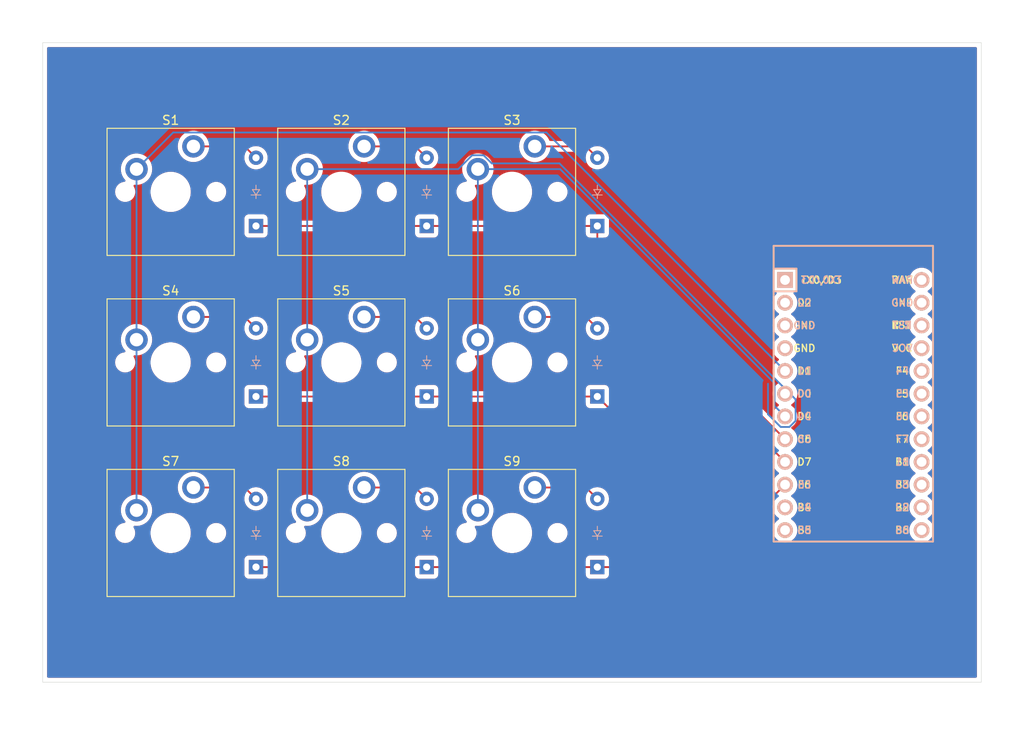
<source format=kicad_pcb>
(kicad_pcb (version 20240108) (generator "pcbnew") (generator_version "8.0")
  (layers (0 "F.Cu" signal) (31 "B.Cu" signal) (34 "B.Paste" user) (35 "F.Paste" user) (36 "B.SilkS" user "B.Silkscreen") (37 "F.SilkS" user "F.Silkscreen") (38 "B.Mask" user) (39 "F.Mask" user) (44 "Edge.Cuts" user))
  (net 0 "")
  (net 1 "Row 0")
  (net 2 "Row 1")
  (net 3 "Row 2")
  (net 4 "Column 1")
  (net 5 "Column 2")
  (net 6 "Column 0")
  (net 25 "Net-(D1-A)")
  (net 26 "Net-(D2-A)")
  (net 27 "Net-(D3-A)")
  (net 28 "Net-(D4-A)")
  (net 29 "Net-(D5-A)")
  (net 30 "Net-(D6-A)")
  (net 31 "Net-(D7-A)")
  (net 32 "Net-(D8-A)")
  (net 33 "Net-(D9-A)")
  (footprint "ScottoKeebs_MX:MX_PCB_1.00u" (layer "F.Cu") (at 118.6875 87.1375)
    (property "Reference" "S9" (at 0 -8 0) (layer "F.SilkS"))
    (property "Value" "Keyswitch")
    (fp_line (start -7.1 -7.1) (end -7.1 7.1) (stroke (width 0.12)) (layer "F.SilkS"))
    (fp_line (start -7.1 7.1) (end 7.1 7.1) (stroke (width 0.12)) (layer "F.SilkS"))
    (fp_line (start 7.1 -7.1) (end -7.1 -7.1) (stroke (width 0.12)) (layer "F.SilkS"))
    (fp_line (start 7.1 7.1) (end 7.1 -7.1) (stroke (width 0.12)) (layer "F.SilkS"))
    (pad "" np_thru_hole circle (at -5.08 0) (size 1.75 1.75) (drill 1.75) (layers "*.Cu" "*.Mask"))
    (pad "" np_thru_hole circle (at 0 0) (size 4 4) (drill 4) (layers "*.Cu" "*.Mask"))
    (pad "" np_thru_hole circle (at 5.08 0) (size 1.75 1.75) (drill 1.75) (layers "*.Cu" "*.Mask"))
    (pad "1" thru_hole circle (at -3.81 -2.54) (size 2.5 2.5) (drill 1.5) (layers "*.Cu" "*.Mask") (net 5 "Column 2"))
    (pad "2" thru_hole circle (at 2.54 -5.08) (size 2.5 2.5) (drill 1.5) (layers "*.Cu" "*.Mask") (net 33 "Net-(D9-A)"))
  )
  (footprint "ScottoKeebs_MX:MX_PCB_1.00u" (layer "F.Cu") (at 80.5875 68.0875)
    (property "Reference" "S4" (at 0 -8 0) (layer "F.SilkS"))
    (property "Value" "Keyswitch")
    (fp_line (start -7.1 -7.1) (end -7.1 7.1) (stroke (width 0.12)) (layer "F.SilkS"))
    (fp_line (start -7.1 7.1) (end 7.1 7.1) (stroke (width 0.12)) (layer "F.SilkS"))
    (fp_line (start 7.1 -7.1) (end -7.1 -7.1) (stroke (width 0.12)) (layer "F.SilkS"))
    (fp_line (start 7.1 7.1) (end 7.1 -7.1) (stroke (width 0.12)) (layer "F.SilkS"))
    (pad "" np_thru_hole circle (at -5.08 0) (size 1.75 1.75) (drill 1.75) (layers "*.Cu" "*.Mask"))
    (pad "" np_thru_hole circle (at 0 0) (size 4 4) (drill 4) (layers "*.Cu" "*.Mask"))
    (pad "" np_thru_hole circle (at 5.08 0) (size 1.75 1.75) (drill 1.75) (layers "*.Cu" "*.Mask"))
    (pad "1" thru_hole circle (at -3.81 -2.54) (size 2.5 2.5) (drill 1.5) (layers "*.Cu" "*.Mask") (net 6 "Column 0"))
    (pad "2" thru_hole circle (at 2.54 -5.08) (size 2.5 2.5) (drill 1.5) (layers "*.Cu" "*.Mask") (net 28 "Net-(D4-A)"))
  )
  (footprint "ScottoKeebs_MX:MX_PCB_1.00u" (layer "F.Cu") (at 118.6875 49.0375)
    (property "Reference" "S3" (at 0 -8 0) (layer "F.SilkS"))
    (property "Value" "Keyswitch")
    (fp_line (start -7.1 -7.1) (end -7.1 7.1) (stroke (width 0.12)) (layer "F.SilkS"))
    (fp_line (start -7.1 7.1) (end 7.1 7.1) (stroke (width 0.12)) (layer "F.SilkS"))
    (fp_line (start 7.1 -7.1) (end -7.1 -7.1) (stroke (width 0.12)) (layer "F.SilkS"))
    (fp_line (start 7.1 7.1) (end 7.1 -7.1) (stroke (width 0.12)) (layer "F.SilkS"))
    (pad "" np_thru_hole circle (at -5.08 0) (size 1.75 1.75) (drill 1.75) (layers "*.Cu" "*.Mask"))
    (pad "" np_thru_hole circle (at 0 0) (size 4 4) (drill 4) (layers "*.Cu" "*.Mask"))
    (pad "" np_thru_hole circle (at 5.08 0) (size 1.75 1.75) (drill 1.75) (layers "*.Cu" "*.Mask"))
    (pad "1" thru_hole circle (at -3.81 -2.54) (size 2.5 2.5) (drill 1.5) (layers "*.Cu" "*.Mask") (net 5 "Column 2"))
    (pad "2" thru_hole circle (at 2.54 -5.08) (size 2.5 2.5) (drill 1.5) (layers "*.Cu" "*.Mask") (net 27 "Net-(D3-A)"))
  )
  (footprint "ScottoKeebs_MX:MX_PCB_1.00u" (layer "F.Cu") (at 99.6375 68.0875)
    (property "Reference" "S5" (at 0 -8 0) (layer "F.SilkS"))
    (property "Value" "Keyswitch")
    (fp_line (start -7.1 -7.1) (end -7.1 7.1) (stroke (width 0.12)) (layer "F.SilkS"))
    (fp_line (start -7.1 7.1) (end 7.1 7.1) (stroke (width 0.12)) (layer "F.SilkS"))
    (fp_line (start 7.1 -7.1) (end -7.1 -7.1) (stroke (width 0.12)) (layer "F.SilkS"))
    (fp_line (start 7.1 7.1) (end 7.1 -7.1) (stroke (width 0.12)) (layer "F.SilkS"))
    (pad "" np_thru_hole circle (at -5.08 0) (size 1.75 1.75) (drill 1.75) (layers "*.Cu" "*.Mask"))
    (pad "" np_thru_hole circle (at 0 0) (size 4 4) (drill 4) (layers "*.Cu" "*.Mask"))
    (pad "" np_thru_hole circle (at 5.08 0) (size 1.75 1.75) (drill 1.75) (layers "*.Cu" "*.Mask"))
    (pad "1" thru_hole circle (at -3.81 -2.54) (size 2.5 2.5) (drill 1.5) (layers "*.Cu" "*.Mask") (net 4 "Column 1"))
    (pad "2" thru_hole circle (at 2.54 -5.08) (size 2.5 2.5) (drill 1.5) (layers "*.Cu" "*.Mask") (net 29 "Net-(D5-A)"))
  )
  (footprint "ScottoKeebs_MX:MX_PCB_1.00u" (layer "F.Cu") (at 80.5875 49.0375)
    (property "Reference" "S1" (at 0 -8 0) (layer "F.SilkS"))
    (property "Value" "Keyswitch")
    (fp_line (start -7.1 -7.1) (end -7.1 7.1) (stroke (width 0.12)) (layer "F.SilkS"))
    (fp_line (start -7.1 7.1) (end 7.1 7.1) (stroke (width 0.12)) (layer "F.SilkS"))
    (fp_line (start 7.1 -7.1) (end -7.1 -7.1) (stroke (width 0.12)) (layer "F.SilkS"))
    (fp_line (start 7.1 7.1) (end 7.1 -7.1) (stroke (width 0.12)) (layer "F.SilkS"))
    (pad "" np_thru_hole circle (at -5.08 0) (size 1.75 1.75) (drill 1.75) (layers "*.Cu" "*.Mask"))
    (pad "" np_thru_hole circle (at 0 0) (size 4 4) (drill 4) (layers "*.Cu" "*.Mask"))
    (pad "" np_thru_hole circle (at 5.08 0) (size 1.75 1.75) (drill 1.75) (layers "*.Cu" "*.Mask"))
    (pad "1" thru_hole circle (at -3.81 -2.54) (size 2.5 2.5) (drill 1.5) (layers "*.Cu" "*.Mask") (net 6 "Column 0"))
    (pad "2" thru_hole circle (at 2.54 -5.08) (size 2.5 2.5) (drill 1.5) (layers "*.Cu" "*.Mask") (net 25 "Net-(D1-A)"))
  )
  (footprint "ScottoKeebs_MX:MX_PCB_1.00u" (layer "F.Cu") (at 80.5875 87.1375)
    (property "Reference" "S7" (at 0 -8 0) (layer "F.SilkS"))
    (property "Value" "Keyswitch")
    (fp_line (start -7.1 -7.1) (end -7.1 7.1) (stroke (width 0.12)) (layer "F.SilkS"))
    (fp_line (start -7.1 7.1) (end 7.1 7.1) (stroke (width 0.12)) (layer "F.SilkS"))
    (fp_line (start 7.1 -7.1) (end -7.1 -7.1) (stroke (width 0.12)) (layer "F.SilkS"))
    (fp_line (start 7.1 7.1) (end 7.1 -7.1) (stroke (width 0.12)) (layer "F.SilkS"))
    (pad "" np_thru_hole circle (at -5.08 0) (size 1.75 1.75) (drill 1.75) (layers "*.Cu" "*.Mask"))
    (pad "" np_thru_hole circle (at 0 0) (size 4 4) (drill 4) (layers "*.Cu" "*.Mask"))
    (pad "" np_thru_hole circle (at 5.08 0) (size 1.75 1.75) (drill 1.75) (layers "*.Cu" "*.Mask"))
    (pad "1" thru_hole circle (at -3.81 -2.54) (size 2.5 2.5) (drill 1.5) (layers "*.Cu" "*.Mask") (net 6 "Column 0"))
    (pad "2" thru_hole circle (at 2.54 -5.08) (size 2.5 2.5) (drill 1.5) (layers "*.Cu" "*.Mask") (net 31 "Net-(D7-A)"))
  )
  (footprint "ScottoKeebs_MX:MX_PCB_1.00u" (layer "F.Cu") (at 118.6875 68.0875)
    (property "Reference" "S6" (at 0 -8 0) (layer "F.SilkS"))
    (property "Value" "Keyswitch")
    (fp_line (start -7.1 -7.1) (end -7.1 7.1) (stroke (width 0.12)) (layer "F.SilkS"))
    (fp_line (start -7.1 7.1) (end 7.1 7.1) (stroke (width 0.12)) (layer "F.SilkS"))
    (fp_line (start 7.1 -7.1) (end -7.1 -7.1) (stroke (width 0.12)) (layer "F.SilkS"))
    (fp_line (start 7.1 7.1) (end 7.1 -7.1) (stroke (width 0.12)) (layer "F.SilkS"))
    (pad "" np_thru_hole circle (at -5.08 0) (size 1.75 1.75) (drill 1.75) (layers "*.Cu" "*.Mask"))
    (pad "" np_thru_hole circle (at 0 0) (size 4 4) (drill 4) (layers "*.Cu" "*.Mask"))
    (pad "" np_thru_hole circle (at 5.08 0) (size 1.75 1.75) (drill 1.75) (layers "*.Cu" "*.Mask"))
    (pad "1" thru_hole circle (at -3.81 -2.54) (size 2.5 2.5) (drill 1.5) (layers "*.Cu" "*.Mask") (net 5 "Column 2"))
    (pad "2" thru_hole circle (at 2.54 -5.08) (size 2.5 2.5) (drill 1.5) (layers "*.Cu" "*.Mask") (net 30 "Net-(D6-A)"))
  )
  (footprint "ScottoKeebs_MX:MX_PCB_1.00u" (layer "F.Cu") (at 99.6375 87.1375)
    (property "Reference" "S8" (at 0 -8 0) (layer "F.SilkS"))
    (property "Value" "Keyswitch")
    (fp_line (start -7.1 -7.1) (end -7.1 7.1) (stroke (width 0.12)) (layer "F.SilkS"))
    (fp_line (start -7.1 7.1) (end 7.1 7.1) (stroke (width 0.12)) (layer "F.SilkS"))
    (fp_line (start 7.1 -7.1) (end -7.1 -7.1) (stroke (width 0.12)) (layer "F.SilkS"))
    (fp_line (start 7.1 7.1) (end 7.1 -7.1) (stroke (width 0.12)) (layer "F.SilkS"))
    (pad "" np_thru_hole circle (at -5.08 0) (size 1.75 1.75) (drill 1.75) (layers "*.Cu" "*.Mask"))
    (pad "" np_thru_hole circle (at 0 0) (size 4 4) (drill 4) (layers "*.Cu" "*.Mask"))
    (pad "" np_thru_hole circle (at 5.08 0) (size 1.75 1.75) (drill 1.75) (layers "*.Cu" "*.Mask"))
    (pad "1" thru_hole circle (at -3.81 -2.54) (size 2.5 2.5) (drill 1.5) (layers "*.Cu" "*.Mask") (net 4 "Column 1"))
    (pad "2" thru_hole circle (at 2.54 -5.08) (size 2.5 2.5) (drill 1.5) (layers "*.Cu" "*.Mask") (net 32 "Net-(D8-A)"))
  )
  (footprint "ScottoKeebs_MCU:Arduino_Pro_Micro" (layer "F.Cu") (at 156.7875 72.85)
    (property "Reference" "U1" (hide yes))
    (property "Value" "Arduino_Pro_Micro" (hide yes))
    (fp_line (start -8.89 -17.78) (end -8.89 15.24) (stroke (width 0.2)) (layer "B.SilkS"))
    (fp_line (start -8.89 15.24) (end 8.89 15.24) (stroke (width 0.2)) (layer "B.SilkS"))
    (fp_line (start -6.35 -15.24) (end -8.89 -15.24) (stroke (width 0.2)) (layer "B.SilkS"))
    (fp_line (start -6.35 -15.24) (end -6.35 -12.7) (stroke (width 0.2)) (layer "B.SilkS"))
    (fp_line (start -6.35 -12.7) (end -8.89 -12.7) (stroke (width 0.2)) (layer "B.SilkS"))
    (fp_line (start 8.89 -17.78) (end -8.89 -17.78) (stroke (width 0.2)) (layer "B.SilkS"))
    (fp_line (start 8.89 15.24) (end 8.89 -17.78) (stroke (width 0.2)) (layer "B.SilkS"))
    (fp_poly (pts (xy 5.844635 -9.35097) (xy 5.844635 -9.25097) (xy 6.344635 -9.25097) (xy 6.344635 -9.35097)) (stroke (width 0.15)) (fill solid) (layer "B.SilkS"))
    (fp_poly (pts (xy 5.844635 -9.35097) (xy 5.844635 -9.05097) (xy 5.944635 -9.05097) (xy 5.944635 -9.35097)) (stroke (width 0.15)) (fill solid) (layer "B.SilkS"))
    (fp_poly (pts (xy 5.844635 -8.75097) (xy 5.844635 -8.55097) (xy 5.944635 -8.55097) (xy 5.944635 -8.75097)) (stroke (width 0.15)) (fill solid) (layer "B.SilkS"))
    (fp_poly (pts (xy 6.044635 -8.95097) (xy 6.044635 -8.85097) (xy 6.144635 -8.85097) (xy 6.144635 -8.95097)) (stroke (width 0.15)) (fill solid) (layer "B.SilkS"))
    (fp_poly (pts (xy 6.244635 -9.35097) (xy 6.244635 -8.55097) (xy 6.344635 -8.55097) (xy 6.344635 -9.35097)) (stroke (width 0.15)) (fill solid) (layer "B.SilkS"))
    (fp_line (start -8.89 -17.78) (end -8.89 15.24) (stroke (width 0.2)) (layer "F.SilkS"))
    (fp_line (start -8.89 15.24) (end 8.89 15.24) (stroke (width 0.2)) (layer "F.SilkS"))
    (fp_line (start -6.35 -15.24) (end -8.89 -15.24) (stroke (width 0.2)) (layer "F.SilkS"))
    (fp_line (start -6.35 -15.24) (end -6.35 -12.7) (stroke (width 0.2)) (layer "F.SilkS"))
    (fp_line (start -6.35 -12.7) (end -8.89 -12.7) (stroke (width 0.2)) (layer "F.SilkS"))
    (fp_line (start 8.89 -17.78) (end -8.89 -17.78) (stroke (width 0.2)) (layer "F.SilkS"))
    (fp_line (start 8.89 15.24) (end 8.89 -17.78) (stroke (width 0.2)) (layer "F.SilkS"))
    (fp_poly (pts (xy 4.531568 -9.36064) (xy 4.531568 -8.56064) (xy 4.431568 -8.56064) (xy 4.431568 -9.36064)) (stroke (width 0.15)) (fill solid) (layer "F.SilkS"))
    (fp_poly (pts (xy 4.731568 -8.96064) (xy 4.731568 -8.86064) (xy 4.631568 -8.86064) (xy 4.631568 -8.96064)) (stroke (width 0.15)) (fill solid) (layer "F.SilkS"))
    (fp_poly (pts (xy 4.931568 -9.36064) (xy 4.931568 -9.26064) (xy 4.431568 -9.26064) (xy 4.431568 -9.36064)) (stroke (width 0.15)) (fill solid) (layer "F.SilkS"))
    (fp_poly (pts (xy 4.931568 -9.36064) (xy 4.931568 -9.06064) (xy 4.831568 -9.06064) (xy 4.831568 -9.36064)) (stroke (width 0.15)) (fill solid) (layer "F.SilkS"))
    (fp_poly (pts (xy 4.931568 -8.76064) (xy 4.931568 -8.56064) (xy 4.831568 -8.56064) (xy 4.831568 -8.76064)) (stroke (width 0.15)) (fill solid) (layer "F.SilkS"))
    (fp_text user "B2" (at 5.461 11.43 0) (layer "B.SilkS") (effects (font (size 0.8 0.8)) (justify mirror)))
    (fp_text user "GND" (at -5.461 -8.89 0) (layer "B.SilkS") (effects (font (size 0.8 0.8)) (justify mirror)))
    (fp_text user "C6" (at -5.461 3.81 0) (layer "B.SilkS") (effects (font (size 0.8 0.8)) (justify mirror)))
    (fp_text user "GND" (at 5.461 -11.43 0) (layer "B.SilkS") (effects (font (size 0.8 0.8)) (justify mirror)))
    (fp_text user "D2" (at -5.461 -11.43 0) (layer "B.SilkS") (effects (font (size 0.8 0.8)) (justify mirror)))
    (fp_text user "D0" (at -5.461 -1.27 0) (layer "B.SilkS") (effects (font (size 0.8 0.8)) (justify mirror)))
    (fp_text user "B6" (at 5.461 13.97 0) (layer "B.SilkS") (effects (font (size 0.8 0.8)) (justify mirror)))
    (fp_text user "E6" (at -5.461 8.89 0) (layer "B.SilkS") (effects (font (size 0.8 0.8)) (justify mirror)))
    (fp_text user "ST" (at 5.04 -8.91 0) (layer "B.SilkS") (effects (font (size 0.8 0.8)) (justify mirror)))
    (fp_text user "F5" (at 5.461 -1.27 0) (layer "B.SilkS") (effects (font (size 0.8 0.8)) (justify mirror)))
    (fp_text user "B4" (at -5.461 11.43 0) (layer "B.SilkS") (effects (font (size 0.8 0.8)) (justify mirror)))
    (fp_text user "TX0/D3" (at -3.571872 -13.97 0) (layer "B.SilkS") (effects (font (size 0.8 0.8)) (justify mirror)))
    (fp_text user "VCC" (at 5.461 -6.35 0) (layer "B.SilkS") (effects (font (size 0.8 0.8)) (justify mirror)))
    (fp_text user "F4" (at 5.461 -3.81 0) (layer "B.SilkS") (effects (font (size 0.8 0.8)) (justify mirror)))
    (fp_text user "B3" (at 5.461 8.89 0) (layer "B.SilkS") (effects (font (size 0.8 0.8)) (justify mirror)))
    (fp_text user "RAW" (at 5.461 -13.97 0) (layer "B.SilkS") (effects (font (size 0.8 0.8)) (justify mirror)))
    (fp_text user "F6" (at 5.461 1.27 0) (layer "B.SilkS") (effects (font (size 0.8 0.8)) (justify mirror)))
    (fp_text user "D4" (at -5.461 1.27 0) (layer "B.SilkS") (effects (font (size 0.8 0.8)) (justify mirror)))
    (fp_text user "D1" (at -5.461 -3.81 0) (layer "B.SilkS") (effects (font (size 0.8 0.8)) (justify mirror)))
    (fp_text user "F7" (at 5.461 3.81 0) (layer "B.SilkS") (effects (font (size 0.8 0.8)) (justify mirror)))
    (fp_text user "B1" (at 5.461 6.35 0) (layer "B.SilkS") (effects (font (size 0.8 0.8)) (justify mirror)))
    (fp_text user "B5" (at -5.461 13.97 0) (layer "B.SilkS") (effects (font (size 0.8 0.8)) (justify mirror)))
    (fp_text user "GND" (at -5.461 -6.35 0) (layer "F.SilkS") (effects (font (size 0.8 0.8))))
    (fp_text user "B3" (at 5.461 8.89 0) (layer "F.SilkS") (effects (font (size 0.8 0.8))))
    (fp_text user "D2" (at -5.461 -11.43 0) (layer "F.SilkS") (effects (font (size 0.8 0.8))))
    (fp_text user "B5" (at -5.461 13.97 0) (layer "F.SilkS") (effects (font (size 0.8 0.8))))
    (fp_text user "F5" (at 5.461 -1.27 0) (layer "F.SilkS") (effects (font (size 0.8 0.8))))
    (fp_text user "VCC" (at 5.461 -6.35 0) (layer "F.SilkS") (effects (font (size 0.8 0.8))))
    (fp_text user "D1" (at -5.461 -3.81 0) (layer "F.SilkS") (effects (font (size 0.8 0.8))))
    (fp_text user "B1" (at 5.461 6.35 0) (layer "F.SilkS") (effects (font (size 0.8 0.8))))
    (fp_text user "B4" (at -5.461 11.43 0) (layer "F.SilkS") (effects (font (size 0.8 0.8))))
    (fp_text user "F4" (at 5.461 -3.81 0) (layer "F.SilkS") (effects (font (size 0.8 0.8))))
    (fp_text user "F7" (at 5.461 3.81 0) (layer "F.SilkS") (effects (font (size 0.8 0.8))))
    (fp_text user "B2" (at 5.461 11.43 0) (layer "F.SilkS") (effects (font (size 0.8 0.8))))
    (fp_text user "D0" (at -5.461 -1.27 0) (layer "F.SilkS") (effects (font (size 0.8 0.8))))
    (fp_text user "TX0/D3" (at -3.571872 -13.97 0) (layer "F.SilkS") (effects (font (size 0.8 0.8))))
    (fp_text user "GND" (at 5.461 -11.43 0) (layer "F.SilkS") (effects (font (size 0.8 0.8))))
    (fp_text user "B6" (at 5.461 13.97 0) (layer "F.SilkS") (effects (font (size 0.8 0.8))))
    (fp_text user "ST" (at 5.73312 -8.92 0) (layer "F.SilkS") (effects (font (size 0.8 0.8))))
    (fp_text user "GND" (at -5.461 -8.89 0) (layer "F.SilkS") (effects (font (size 0.8 0.8))))
    (fp_text user "E6" (at -5.461 8.89 0) (layer "F.SilkS") (effects (font (size 0.8 0.8))))
    (fp_text user "F6" (at 5.461 1.27 0) (layer "F.SilkS") (effects (font (size 0.8 0.8))))
    (fp_text user "C6" (at -5.461 3.81 0) (layer "F.SilkS") (effects (font (size 0.8 0.8))))
    (fp_text user "D4" (at -5.461 1.27 0) (layer "F.SilkS") (effects (font (size 0.8 0.8))))
    (fp_text user "RAW" (at 5.461 -13.97 0) (layer "F.SilkS") (effects (font (size 0.8 0.8))))
    (fp_text user "D7" (at -5.461 6.35 0) (layer "F.SilkS") (effects (font (size 0.8 0.8))))
    (pad "1" thru_hole rect (at -7.62 -13.97 270) (size 1.7526 1.7526) (drill 1.0922) (layers "*.Cu" "*.SilkS" "*.Mask"))
    (pad "2" thru_hole circle (at -7.62 -11.43 270) (size 1.7526 1.7526) (drill 1.0922) (layers "*.Cu" "*.SilkS" "*.Mask"))
    (pad "3" thru_hole circle (at -7.62 -8.89 270) (size 1.7526 1.7526) (drill 1.0922) (layers "*.Cu" "*.SilkS" "*.Mask"))
    (pad "4" thru_hole circle (at -7.62 -6.35 270) (size 1.7526 1.7526) (drill 1.0922) (layers "*.Cu" "*.SilkS" "*.Mask"))
    (pad "5" thru_hole circle (at -7.62 -3.81 270) (size 1.7526 1.7526) (drill 1.0922) (layers "*.Cu" "*.SilkS" "*.Mask") (net 6 "Column 0"))
    (pad "6" thru_hole circle (at -7.62 -1.27 270) (size 1.7526 1.7526) (drill 1.0922) (layers "*.Cu" "*.SilkS" "*.Mask") (net 4 "Column 1"))
    (pad "7" thru_hole circle (at -7.62 1.27 270) (size 1.7526 1.7526) (drill 1.0922) (layers "*.Cu" "*.SilkS" "*.Mask") (net 5 "Column 2"))
    (pad "8" thru_hole circle (at -7.62 3.81 270) (size 1.7526 1.7526) (drill 1.0922) (layers "*.Cu" "*.SilkS" "*.Mask") (net 1 "Row 0"))
    (pad "9" thru_hole circle (at -7.62 6.35 270) (size 1.7526 1.7526) (drill 1.0922) (layers "*.Cu" "*.SilkS" "*.Mask") (net 2 "Row 1"))
    (pad "10" thru_hole circle (at -7.62 8.89 270) (size 1.7526 1.7526) (drill 1.0922) (layers "*.Cu" "*.SilkS" "*.Mask") (net 3 "Row 2"))
    (pad "11" thru_hole circle (at -7.62 11.43 270) (size 1.7526 1.7526) (drill 1.0922) (layers "*.Cu" "*.SilkS" "*.Mask"))
    (pad "12" thru_hole circle (at -7.62 13.97 270) (size 1.7526 1.7526) (drill 1.0922) (layers "*.Cu" "*.SilkS" "*.Mask"))
    (pad "13" thru_hole circle (at 7.62 13.97 270) (size 1.7526 1.7526) (drill 1.0922) (layers "*.Cu" "*.SilkS" "*.Mask"))
    (pad "14" thru_hole circle (at 7.62 11.43 270) (size 1.7526 1.7526) (drill 1.0922) (layers "*.Cu" "*.SilkS" "*.Mask"))
    (pad "15" thru_hole circle (at 7.62 8.89 270) (size 1.7526 1.7526) (drill 1.0922) (layers "*.Cu" "*.SilkS" "*.Mask"))
    (pad "16" thru_hole circle (at 7.62 6.35 270) (size 1.7526 1.7526) (drill 1.0922) (layers "*.Cu" "*.SilkS" "*.Mask"))
    (pad "17" thru_hole circle (at 7.62 3.81 270) (size 1.7526 1.7526) (drill 1.0922) (layers "*.Cu" "*.SilkS" "*.Mask"))
    (pad "18" thru_hole circle (at 7.62 1.27 270) (size 1.7526 1.7526) (drill 1.0922) (layers "*.Cu" "*.SilkS" "*.Mask"))
    (pad "19" thru_hole circle (at 7.62 -1.27 270) (size 1.7526 1.7526) (drill 1.0922) (layers "*.Cu" "*.SilkS" "*.Mask"))
    (pad "20" thru_hole circle (at 7.62 -3.81 270) (size 1.7526 1.7526) (drill 1.0922) (layers "*.Cu" "*.SilkS" "*.Mask"))
    (pad "21" thru_hole circle (at 7.62 -6.35 270) (size 1.7526 1.7526) (drill 1.0922) (layers "*.Cu" "*.SilkS" "*.Mask"))
    (pad "22" thru_hole circle (at 7.62 -8.89 270) (size 1.7526 1.7526) (drill 1.0922) (layers "*.Cu" "*.SilkS" "*.Mask"))
    (pad "23" thru_hole circle (at 7.62 -11.43 270) (size 1.7526 1.7526) (drill 1.0922) (layers "*.Cu" "*.SilkS" "*.Mask"))
    (pad "24" thru_hole circle (at 7.62 -13.97 270) (size 1.7526 1.7526) (drill 1.0922) (layers "*.Cu" "*.SilkS" "*.Mask"))
  )
  (footprint "ScottoKeebs_MX:MX_PCB_1.00u" (layer "F.Cu") (at 99.6375 49.0375)
    (property "Reference" "S2" (at 0 -8 0) (layer "F.SilkS"))
    (property "Value" "Keyswitch")
    (fp_line (start -7.1 -7.1) (end -7.1 7.1) (stroke (width 0.12)) (layer "F.SilkS"))
    (fp_line (start -7.1 7.1) (end 7.1 7.1) (stroke (width 0.12)) (layer "F.SilkS"))
    (fp_line (start 7.1 -7.1) (end -7.1 -7.1) (stroke (width 0.12)) (layer "F.SilkS"))
    (fp_line (start 7.1 7.1) (end 7.1 -7.1) (stroke (width 0.12)) (layer "F.SilkS"))
    (pad "" np_thru_hole circle (at -5.08 0) (size 1.75 1.75) (drill 1.75) (layers "*.Cu" "*.Mask"))
    (pad "" np_thru_hole circle (at 0 0) (size 4 4) (drill 4) (layers "*.Cu" "*.Mask"))
    (pad "" np_thru_hole circle (at 5.08 0) (size 1.75 1.75) (drill 1.75) (layers "*.Cu" "*.Mask"))
    (pad "1" thru_hole circle (at -3.81 -2.54) (size 2.5 2.5) (drill 1.5) (layers "*.Cu" "*.Mask") (net 4 "Column 1"))
    (pad "2" thru_hole circle (at 2.54 -5.08) (size 2.5 2.5) (drill 1.5) (layers "*.Cu" "*.Mask") (net 26 "Net-(D2-A)"))
  )
  (footprint "ScottoKeebs_Components:Diode_DO-35" (layer "B.Cu") (at 128.2125 71.8975 90)
    (property "Reference" "D6" (hide yes))
    (property "Value" "Diode" (hide yes))
    (fp_line (start 3.46 -0.55) (end 3.46 0.55) (stroke (width 0.1)) (layer "B.SilkS"))
    (fp_line (start 4.06 -0.4) (end 4.06 0.4) (stroke (width 0.1)) (layer "B.SilkS"))
    (fp_line (start 4.56 0) (end 4.06 0) (stroke (width 0.1)) (layer "B.SilkS"))
    (fp_line (start 3.46 0) (end 4.06 -0.4) (stroke (width 0.1)) (layer "B.SilkS"))
    (fp_line (start 3.46 0) (end 3.06 0) (stroke (width 0.1)) (layer "B.SilkS"))
    (fp_line (start 4.06 0.4) (end 3.46 0) (stroke (width 0.1)) (layer "B.SilkS"))
    (pad "1" thru_hole rect (at 0 0 90) (size 1.6 1.6) (drill 0.8) (layers "*.Cu" "*.Mask") (net 2 "Row 1"))
    (pad "2" thru_hole oval (at 7.62 0 90) (size 1.6 1.6) (drill 0.8) (layers "*.Cu" "*.Mask") (net 30 "Net-(D6-A)"))
  )
  (footprint "ScottoKeebs_Components:Diode_DO-35" (layer "B.Cu") (at 128.2125 52.8475 90)
    (property "Reference" "D3" (hide yes))
    (property "Value" "Diode" (hide yes))
    (fp_line (start 3.46 -0.55) (end 3.46 0.55) (stroke (width 0.1)) (layer "B.SilkS"))
    (fp_line (start 4.06 -0.4) (end 4.06 0.4) (stroke (width 0.1)) (layer "B.SilkS"))
    (fp_line (start 4.56 0) (end 4.06 0) (stroke (width 0.1)) (layer "B.SilkS"))
    (fp_line (start 3.46 0) (end 4.06 -0.4) (stroke (width 0.1)) (layer "B.SilkS"))
    (fp_line (start 3.46 0) (end 3.06 0) (stroke (width 0.1)) (layer "B.SilkS"))
    (fp_line (start 4.06 0.4) (end 3.46 0) (stroke (width 0.1)) (layer "B.SilkS"))
    (pad "1" thru_hole rect (at 0 0 90) (size 1.6 1.6) (drill 0.8) (layers "*.Cu" "*.Mask") (net 1 "Row 0"))
    (pad "2" thru_hole oval (at 7.62 0 90) (size 1.6 1.6) (drill 0.8) (layers "*.Cu" "*.Mask") (net 27 "Net-(D3-A)"))
  )
  (footprint "ScottoKeebs_Components:Diode_DO-35" (layer "B.Cu") (at 90.1125 52.8475 90)
    (property "Reference" "D1" (hide yes))
    (property "Value" "Diode" (hide yes))
    (fp_line (start 3.46 -0.55) (end 3.46 0.55) (stroke (width 0.1)) (layer "B.SilkS"))
    (fp_line (start 4.06 -0.4) (end 4.06 0.4) (stroke (width 0.1)) (layer "B.SilkS"))
    (fp_line (start 4.56 0) (end 4.06 0) (stroke (width 0.1)) (layer "B.SilkS"))
    (fp_line (start 3.46 0) (end 4.06 -0.4) (stroke (width 0.1)) (layer "B.SilkS"))
    (fp_line (start 3.46 0) (end 3.06 0) (stroke (width 0.1)) (layer "B.SilkS"))
    (fp_line (start 4.06 0.4) (end 3.46 0) (stroke (width 0.1)) (layer "B.SilkS"))
    (pad "1" thru_hole rect (at 0 0 90) (size 1.6 1.6) (drill 0.8) (layers "*.Cu" "*.Mask") (net 1 "Row 0"))
    (pad "2" thru_hole oval (at 7.62 0 90) (size 1.6 1.6) (drill 0.8) (layers "*.Cu" "*.Mask") (net 25 "Net-(D1-A)"))
  )
  (footprint "ScottoKeebs_Components:Diode_DO-35" (layer "B.Cu") (at 90.1125 71.8975 90)
    (property "Reference" "D4" (hide yes))
    (property "Value" "Diode" (hide yes))
    (fp_line (start 3.46 -0.55) (end 3.46 0.55) (stroke (width 0.1)) (layer "B.SilkS"))
    (fp_line (start 4.06 -0.4) (end 4.06 0.4) (stroke (width 0.1)) (layer "B.SilkS"))
    (fp_line (start 4.56 0) (end 4.06 0) (stroke (width 0.1)) (layer "B.SilkS"))
    (fp_line (start 3.46 0) (end 4.06 -0.4) (stroke (width 0.1)) (layer "B.SilkS"))
    (fp_line (start 3.46 0) (end 3.06 0) (stroke (width 0.1)) (layer "B.SilkS"))
    (fp_line (start 4.06 0.4) (end 3.46 0) (stroke (width 0.1)) (layer "B.SilkS"))
    (pad "1" thru_hole rect (at 0 0 90) (size 1.6 1.6) (drill 0.8) (layers "*.Cu" "*.Mask") (net 2 "Row 1"))
    (pad "2" thru_hole oval (at 7.62 0 90) (size 1.6 1.6) (drill 0.8) (layers "*.Cu" "*.Mask") (net 28 "Net-(D4-A)"))
  )
  (footprint "ScottoKeebs_Components:Diode_DO-35" (layer "B.Cu") (at 109.1625 90.9475 90)
    (property "Reference" "D8" (hide yes))
    (property "Value" "Diode" (hide yes))
    (fp_line (start 3.46 -0.55) (end 3.46 0.55) (stroke (width 0.1)) (layer "B.SilkS"))
    (fp_line (start 4.06 -0.4) (end 4.06 0.4) (stroke (width 0.1)) (layer "B.SilkS"))
    (fp_line (start 4.56 0) (end 4.06 0) (stroke (width 0.1)) (layer "B.SilkS"))
    (fp_line (start 3.46 0) (end 4.06 -0.4) (stroke (width 0.1)) (layer "B.SilkS"))
    (fp_line (start 3.46 0) (end 3.06 0) (stroke (width 0.1)) (layer "B.SilkS"))
    (fp_line (start 4.06 0.4) (end 3.46 0) (stroke (width 0.1)) (layer "B.SilkS"))
    (pad "1" thru_hole rect (at 0 0 90) (size 1.6 1.6) (drill 0.8) (layers "*.Cu" "*.Mask") (net 3 "Row 2"))
    (pad "2" thru_hole oval (at 7.62 0 90) (size 1.6 1.6) (drill 0.8) (layers "*.Cu" "*.Mask") (net 32 "Net-(D8-A)"))
  )
  (footprint "ScottoKeebs_Components:Diode_DO-35" (layer "B.Cu") (at 90.1125 90.9475 90)
    (property "Reference" "D7" (hide yes))
    (property "Value" "Diode" (hide yes))
    (fp_line (start 3.46 -0.55) (end 3.46 0.55) (stroke (width 0.1)) (layer "B.SilkS"))
    (fp_line (start 4.06 -0.4) (end 4.06 0.4) (stroke (width 0.1)) (layer "B.SilkS"))
    (fp_line (start 4.56 0) (end 4.06 0) (stroke (width 0.1)) (layer "B.SilkS"))
    (fp_line (start 3.46 0) (end 4.06 -0.4) (stroke (width 0.1)) (layer "B.SilkS"))
    (fp_line (start 3.46 0) (end 3.06 0) (stroke (width 0.1)) (layer "B.SilkS"))
    (fp_line (start 4.06 0.4) (end 3.46 0) (stroke (width 0.1)) (layer "B.SilkS"))
    (pad "1" thru_hole rect (at 0 0 90) (size 1.6 1.6) (drill 0.8) (layers "*.Cu" "*.Mask") (net 3 "Row 2"))
    (pad "2" thru_hole oval (at 7.62 0 90) (size 1.6 1.6) (drill 0.8) (layers "*.Cu" "*.Mask") (net 31 "Net-(D7-A)"))
  )
  (footprint "ScottoKeebs_Components:Diode_DO-35" (layer "B.Cu") (at 128.2125 90.9475 90)
    (property "Reference" "D9" (hide yes))
    (property "Value" "Diode" (hide yes))
    (fp_line (start 3.46 -0.55) (end 3.46 0.55) (stroke (width 0.1)) (layer "B.SilkS"))
    (fp_line (start 4.06 -0.4) (end 4.06 0.4) (stroke (width 0.1)) (layer "B.SilkS"))
    (fp_line (start 4.56 0) (end 4.06 0) (stroke (width 0.1)) (layer "B.SilkS"))
    (fp_line (start 3.46 0) (end 4.06 -0.4) (stroke (width 0.1)) (layer "B.SilkS"))
    (fp_line (start 3.46 0) (end 3.06 0) (stroke (width 0.1)) (layer "B.SilkS"))
    (fp_line (start 4.06 0.4) (end 3.46 0) (stroke (width 0.1)) (layer "B.SilkS"))
    (pad "1" thru_hole rect (at 0 0 90) (size 1.6 1.6) (drill 0.8) (layers "*.Cu" "*.Mask") (net 3 "Row 2"))
    (pad "2" thru_hole oval (at 7.62 0 90) (size 1.6 1.6) (drill 0.8) (layers "*.Cu" "*.Mask") (net 33 "Net-(D9-A)"))
  )
  (footprint "ScottoKeebs_Components:Diode_DO-35" (layer "B.Cu") (at 109.1625 52.8475 90)
    (property "Reference" "D2" (hide yes))
    (property "Value" "Diode" (hide yes))
    (fp_line (start 3.46 -0.55) (end 3.46 0.55) (stroke (width 0.1)) (layer "B.SilkS"))
    (fp_line (start 4.06 -0.4) (end 4.06 0.4) (stroke (width 0.1)) (layer "B.SilkS"))
    (fp_line (start 4.56 0) (end 4.06 0) (stroke (width 0.1)) (layer "B.SilkS"))
    (fp_line (start 3.46 0) (end 4.06 -0.4) (stroke (width 0.1)) (layer "B.SilkS"))
    (fp_line (start 3.46 0) (end 3.06 0) (stroke (width 0.1)) (layer "B.SilkS"))
    (fp_line (start 4.06 0.4) (end 3.46 0) (stroke (width 0.1)) (layer "B.SilkS"))
    (pad "1" thru_hole rect (at 0 0 90) (size 1.6 1.6) (drill 0.8) (layers "*.Cu" "*.Mask") (net 1 "Row 0"))
    (pad "2" thru_hole oval (at 7.62 0 90) (size 1.6 1.6) (drill 0.8) (layers "*.Cu" "*.Mask") (net 26 "Net-(D2-A)"))
  )
  (footprint "ScottoKeebs_Components:Diode_DO-35" (layer "B.Cu") (at 109.1625 71.8975 90)
    (property "Reference" "D5" (hide yes))
    (property "Value" "Diode" (hide yes))
    (fp_line (start 3.46 -0.55) (end 3.46 0.55) (stroke (width 0.1)) (layer "B.SilkS"))
    (fp_line (start 4.06 -0.4) (end 4.06 0.4) (stroke (width 0.1)) (layer "B.SilkS"))
    (fp_line (start 4.56 0) (end 4.06 0) (stroke (width 0.1)) (layer "B.SilkS"))
    (fp_line (start 3.46 0) (end 4.06 -0.4) (stroke (width 0.1)) (layer "B.SilkS"))
    (fp_line (start 3.46 0) (end 3.06 0) (stroke (width 0.1)) (layer "B.SilkS"))
    (fp_line (start 4.06 0.4) (end 3.46 0) (stroke (width 0.1)) (layer "B.SilkS"))
    (pad "1" thru_hole rect (at 0 0 90) (size 1.6 1.6) (drill 0.8) (layers "*.Cu" "*.Mask") (net 2 "Row 1"))
    (pad "2" thru_hole oval (at 7.62 0 90) (size 1.6 1.6) (drill 0.8) (layers "*.Cu" "*.Mask") (net 29 "Net-(D5-A)"))
  )
  (gr_rect (start 66.3 32.36875) (end 171.075 103.80625) (stroke (width 0.05)) (fill none) (layer "Edge.Cuts"))
  (segment (start 128.2125 52.8475) (end 128.2125 55.705) (width 0.2) (layer "F.Cu") (net 1))
  (segment (start 128.2125 55.705) (end 149.1675 76.66) (width 0.2) (layer "F.Cu") (net 1))
  (segment (start 90.1125 52.8475) (end 128.2125 52.8475) (width 0.2) (layer "F.Cu") (net 1))
  (segment (start 90.1125 71.8975) (end 128.2125 71.8975) (width 0.2) (layer "F.Cu") (net 2))
  (segment (start 147.8038 77.8363) (end 149.1675 79.2) (width 0.2) (layer "F.Cu") (net 2))
  (segment (start 134.1513 77.8363) (end 147.8038 77.8363) (width 0.2) (layer "F.Cu") (net 2))
  (segment (start 128.2125 71.8975) (end 134.1513 77.8363) (width 0.2) (layer "F.Cu") (net 2))
  (segment (start 128.2125 90.9475) (end 139.96 90.9475) (width 0.2) (layer "F.Cu") (net 3))
  (segment (start 90.1125 90.9475) (end 128.2125 90.9475) (width 0.2) (layer "F.Cu") (net 3))
  (segment (start 139.96 90.9475) (end 149.1675 81.74) (width 0.2) (layer "F.Cu") (net 3))
  (segment (start 112.685468 46.4975) (end 114.235468 44.9475) (width 0.2) (layer "B.Cu") (net 4))
  (segment (start 115.519532 44.9475) (end 116.4275 45.855468) (width 0.2) (layer "B.Cu") (net 4))
  (segment (start 150.3438 74.60724) (end 149.65474 75.2963) (width 0.2) (layer "B.Cu") (net 4))
  (segment (start 123.986154 45.855468) (end 150.3438 72.213114) (width 0.2) (layer "B.Cu") (net 4))
  (segment (start 95.8275 46.4975) (end 112.685468 46.4975) (width 0.2) (layer "B.Cu") (net 4))
  (segment (start 149.65474 75.2963) (end 148.68026 75.2963) (width 0.2) (layer "B.Cu") (net 4))
  (segment (start 116.4275 45.855468) (end 123.986154 45.855468) (width 0.2) (layer "B.Cu") (net 4))
  (segment (start 95.8275 46.4975) (end 95.8275 84.5975) (width 0.2) (layer "B.Cu") (net 4))
  (segment (start 114.235468 44.9475) (end 115.519532 44.9475) (width 0.2) (layer "B.Cu") (net 4))
  (segment (start 148.68026 75.2963) (end 147.2625 73.87854) (width 0.2) (layer "B.Cu") (net 4))
  (segment (start 147.2625 73.87854) (end 147.2625 70.46875) (width 0.2) (layer "B.Cu") (net 4))
  (segment (start 150.3438 72.213114) (end 150.3438 74.60724) (width 0.2) (layer "B.Cu") (net 4))
  (segment (start 114.8775 46.4975) (end 124.0625 46.4975) (width 0.2) (layer "B.Cu") (net 5))
  (segment (start 147.9912 72.9437) (end 149.1675 74.12) (width 0.2) (layer "B.Cu") (net 5))
  (segment (start 114.8775 46.4975) (end 114.8775 84.5975) (width 0.2) (layer "B.Cu") (net 5))
  (segment (start 147.9912 70.4262) (end 147.9912 72.9437) (width 0.2) (layer "B.Cu") (net 5))
  (segment (start 124.0625 46.4975) (end 147.9912 70.4262) (width 0.2) (layer "B.Cu") (net 5))
  (segment (start 80.8675 42.4075) (end 122.535 42.4075) (width 0.2) (layer "B.Cu") (net 6))
  (segment (start 122.535 42.4075) (end 149.1675 69.04) (width 0.2) (layer "B.Cu") (net 6))
  (segment (start 76.7775 46.4975) (end 80.8675 42.4075) (width 0.2) (layer "B.Cu") (net 6))
  (segment (start 76.7775 46.4975) (end 76.7775 84.5975) (width 0.2) (layer "B.Cu") (net 6))
  (segment (start 88.8425 43.9575) (end 90.1125 45.2275) (width 0.2) (layer "F.Cu") (net 25))
  (segment (start 83.1275 43.9575) (end 88.8425 43.9575) (width 0.2) (layer "F.Cu") (net 25))
  (segment (start 107.8925 43.9575) (end 109.1625 45.2275) (width 0.2) (layer "F.Cu") (net 26))
  (segment (start 102.1775 43.9575) (end 107.8925 43.9575) (width 0.2) (layer "F.Cu") (net 26))
  (segment (start 126.9425 43.9575) (end 128.2125 45.2275) (width 0.2) (layer "F.Cu") (net 27))
  (segment (start 121.2275 43.9575) (end 126.9425 43.9575) (width 0.2) (layer "F.Cu") (net 27))
  (segment (start 83.1275 63.0075) (end 88.8425 63.0075) (width 0.2) (layer "F.Cu") (net 28))
  (segment (start 88.8425 63.0075) (end 90.1125 64.2775) (width 0.2) (layer "F.Cu") (net 28))
  (segment (start 107.8925 63.0075) (end 109.1625 64.2775) (width 0.2) (layer "F.Cu") (net 29))
  (segment (start 102.1775 63.0075) (end 107.8925 63.0075) (width 0.2) (layer "F.Cu") (net 29))
  (segment (start 126.9425 63.0075) (end 128.2125 64.2775) (width 0.2) (layer "F.Cu") (net 30))
  (segment (start 121.2275 63.0075) (end 126.9425 63.0075) (width 0.2) (layer "F.Cu") (net 30))
  (segment (start 83.1275 82.0575) (end 88.8425 82.0575) (width 0.2) (layer "F.Cu") (net 31))
  (segment (start 88.8425 82.0575) (end 90.1125 83.3275) (width 0.2) (layer "F.Cu") (net 31))
  (segment (start 102.1775 82.0575) (end 107.8925 82.0575) (width 0.2) (layer "F.Cu") (net 32))
  (segment (start 107.8925 82.0575) (end 109.1625 83.3275) (width 0.2) (layer "F.Cu") (net 32))
  (segment (start 121.2275 82.0575) (end 126.9425 82.0575) (width 0.2) (layer "F.Cu") (net 33))
  (segment (start 126.9425 82.0575) (end 128.2125 83.3275) (width 0.2) (layer "F.Cu") (net 33))
  (zone (net 0) (net_name "") (layers "F&B.Cu") (connect_pads (clearance 0.5)) (min_thickness 0.25) (fill yes (thermal_gap 0.5) (thermal_bridge_width 0.5) (island_removal_mode 1) (island_area_min 10))
    (polygon (pts (xy 61.5375 27.60625) (xy 61.5375 110.95) (xy 175.8375 110.95) (xy 175.8375 27.60625)))
  )
)
</source>
